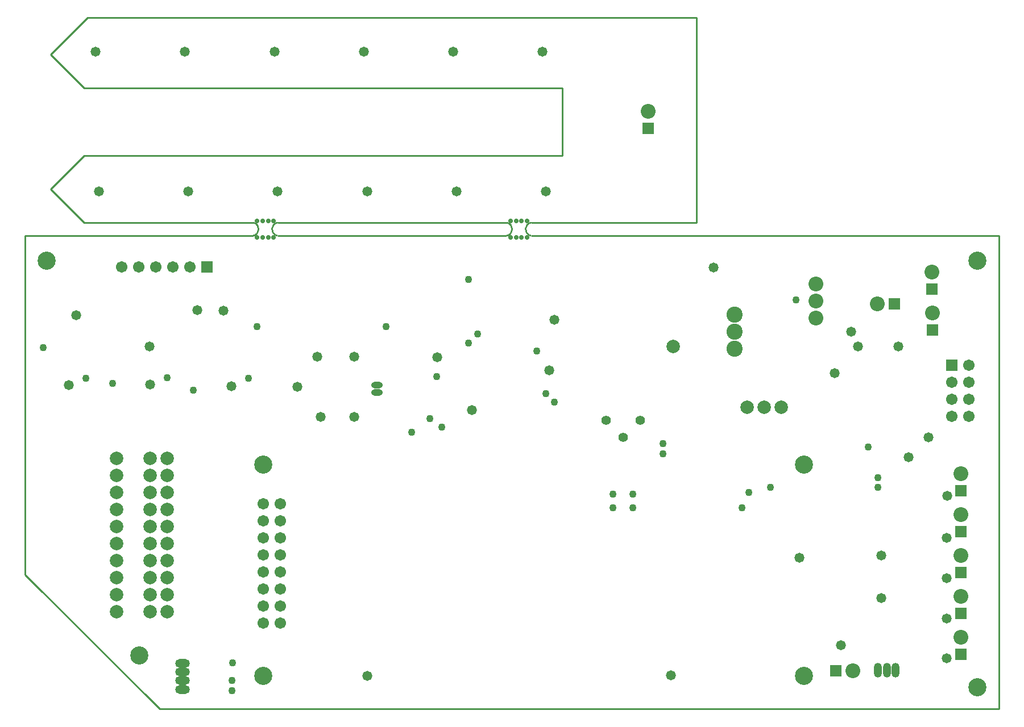
<source format=gbs>
%FSLAX44Y44*%
%MOMM*%
G71*
G01*
G75*
G04 Layer_Color=16711935*
%ADD10R,1.4000X1.3000*%
%ADD11R,1.0000X1.1000*%
%ADD12R,0.6000X1.5500*%
%ADD13R,1.1000X1.0000*%
%ADD14R,2.0000X0.6000*%
%ADD15R,6.1000X10.1600*%
%ADD16R,3.0000X2.3000*%
%ADD17R,2.0000X0.7000*%
%ADD18R,1.3000X1.4000*%
%ADD19C,0.2540*%
%ADD20C,0.5000*%
%ADD21C,1.5000*%
%ADD22C,1.0000*%
%ADD23C,0.7000*%
%ADD24C,7.0000*%
%ADD25C,0.4000*%
%ADD26C,2.0000*%
%ADD27C,2.0000*%
%ADD28R,1.6000X1.6000*%
%ADD29R,1.6000X1.6000*%
%ADD30C,1.8000*%
%ADD31C,1.5000*%
%ADD32R,1.5000X1.5000*%
%ADD33O,2.0000X1.1000*%
%ADD34O,1.0000X2.0000*%
%ADD35C,0.5000*%
%ADD36C,1.2000*%
%ADD37C,2.5000*%
%ADD38R,1.5000X1.5000*%
%ADD39C,2.2000*%
%ADD40O,1.5000X0.7500*%
%ADD41C,0.9000*%
%ADD42C,1.2700*%
%ADD43C,0.2000*%
%ADD44C,0.1000*%
%ADD45C,0.2032*%
%ADD46R,1.6032X1.5032*%
%ADD47R,1.2032X1.3032*%
%ADD48R,0.8032X1.7532*%
%ADD49R,1.3032X1.2032*%
%ADD50R,2.2032X0.8032*%
%ADD51R,6.3032X10.3632*%
%ADD52R,3.2032X2.5032*%
%ADD53R,2.2032X0.9032*%
%ADD54R,1.5032X1.6032*%
%ADD55C,2.2032*%
%ADD56R,1.8032X1.8032*%
%ADD57R,1.8032X1.8032*%
%ADD58C,2.0032*%
%ADD59C,1.7032*%
%ADD60R,1.7032X1.7032*%
%ADD61O,2.2032X1.3032*%
%ADD62O,1.2032X2.2032*%
%ADD63C,0.7032*%
%ADD64C,1.4032*%
%ADD65C,2.7032*%
%ADD66R,1.7032X1.7032*%
%ADD67C,2.4032*%
%ADD68O,1.7032X0.9532*%
%ADD69C,1.1032*%
%ADD70C,1.4732*%
D19*
X338805Y705086D02*
G03*
X340088Y724659I-1305J9914D01*
G01*
X376195Y724914D02*
G03*
X374912Y705341I1305J-9914D01*
G01*
X753781Y724914D02*
G03*
X752498Y705341I1305J-9914D01*
G01*
X716392Y705086D02*
G03*
X717674Y724659I-1305J9914D01*
G01*
X-0Y200000D02*
Y705000D01*
Y200000D02*
X200000Y0D01*
X1450000D01*
Y705000D01*
X1450000Y705000D02*
X1450000Y705000D01*
X1000000Y705000D02*
X1450000D01*
X999915Y705086D02*
X1000000Y705000D01*
X753695Y705086D02*
X999915D01*
X753695Y724914D02*
X999914D01*
X1000000Y725000D01*
Y1030000D01*
X92500D02*
X1000000D01*
X37500Y975000D02*
X92500Y1030000D01*
X37500Y975000D02*
X87500Y925000D01*
X800000D01*
Y825000D02*
Y925000D01*
X87500Y825000D02*
X800000D01*
X37500Y775000D02*
X87500Y825000D01*
X37500Y775000D02*
X87500Y725000D01*
X339853D01*
X86Y705086D02*
X338805D01*
X-0Y705000D02*
X86Y705086D01*
X376195Y724914D02*
X717439D01*
X376195Y705086D02*
X716305D01*
D55*
X1350000Y651400D02*
D03*
X1393000Y106400D02*
D03*
Y167400D02*
D03*
X1393000Y228400D02*
D03*
Y289400D02*
D03*
Y350400D02*
D03*
X1268600Y604000D02*
D03*
X1351000Y590400D02*
D03*
X927500Y890400D02*
D03*
X1232400Y57000D02*
D03*
X1177500Y632900D02*
D03*
Y582100D02*
D03*
Y607500D02*
D03*
D56*
X1350000Y626000D02*
D03*
X1393000Y81000D02*
D03*
Y142000D02*
D03*
X1393000Y203000D02*
D03*
Y264000D02*
D03*
Y325000D02*
D03*
X1351000Y565000D02*
D03*
X927500Y865000D02*
D03*
D57*
X1294000Y604000D02*
D03*
X1207000Y57000D02*
D03*
D58*
X1125400Y450000D02*
D03*
X1074600D02*
D03*
X1100000D02*
D03*
X186000Y145000D02*
D03*
Y170400D02*
D03*
Y196000D02*
D03*
Y221400D02*
D03*
Y297600D02*
D03*
Y323000D02*
D03*
Y246800D02*
D03*
Y272200D02*
D03*
Y348400D02*
D03*
Y373800D02*
D03*
X211000D02*
D03*
Y348400D02*
D03*
Y272200D02*
D03*
Y246800D02*
D03*
Y323000D02*
D03*
Y297600D02*
D03*
Y221400D02*
D03*
Y196000D02*
D03*
Y170400D02*
D03*
Y145000D02*
D03*
X136000Y373800D02*
D03*
Y348400D02*
D03*
Y272200D02*
D03*
Y246800D02*
D03*
Y323000D02*
D03*
Y297600D02*
D03*
Y221400D02*
D03*
Y196000D02*
D03*
Y170400D02*
D03*
Y145000D02*
D03*
X965000Y540000D02*
D03*
D59*
X1405400Y436300D02*
D03*
X1380000D02*
D03*
X1405400Y461700D02*
D03*
X1380000D02*
D03*
X1405400Y487100D02*
D03*
X1380000D02*
D03*
X1405400Y512500D02*
D03*
X245600Y659000D02*
D03*
X220200D02*
D03*
X194800D02*
D03*
X169400D02*
D03*
X144000D02*
D03*
X380000Y127800D02*
D03*
Y153200D02*
D03*
Y178600D02*
D03*
Y204000D02*
D03*
Y229400D02*
D03*
Y254800D02*
D03*
X354600D02*
D03*
Y305600D02*
D03*
Y280200D02*
D03*
Y127800D02*
D03*
Y229400D02*
D03*
Y204000D02*
D03*
Y178600D02*
D03*
Y153200D02*
D03*
X380000Y280200D02*
D03*
Y305600D02*
D03*
D60*
X1380000Y512500D02*
D03*
D61*
X234000Y29000D02*
D03*
Y42000D02*
D03*
Y55000D02*
D03*
Y68000D02*
D03*
D62*
X1269700Y58000D02*
D03*
X1283000D02*
D03*
X1296300D02*
D03*
D63*
X747500Y727500D02*
D03*
X739167D02*
D03*
X730833D02*
D03*
X722500D02*
D03*
Y702500D02*
D03*
X730833D02*
D03*
X739167D02*
D03*
X747500D02*
D03*
X370000D02*
D03*
X361667D02*
D03*
X353333D02*
D03*
X345000D02*
D03*
Y727500D02*
D03*
X353333D02*
D03*
X361667D02*
D03*
X370000D02*
D03*
D64*
X915400Y429950D02*
D03*
X890000Y404550D02*
D03*
X864600Y429950D02*
D03*
D65*
X170000Y80000D02*
D03*
X32000Y668000D02*
D03*
X1418000D02*
D03*
Y32000D02*
D03*
X354600Y364000D02*
D03*
X1159600D02*
D03*
Y49000D02*
D03*
X354600D02*
D03*
D66*
X271000Y659000D02*
D03*
D67*
X1056000Y536600D02*
D03*
Y587400D02*
D03*
Y562000D02*
D03*
D68*
X524000Y482600D02*
D03*
Y471900D02*
D03*
D69*
X1077500Y322500D02*
D03*
X575000Y412500D02*
D03*
X345000Y570000D02*
D03*
X537500D02*
D03*
X1067500Y300000D02*
D03*
X905000D02*
D03*
Y320000D02*
D03*
X250000Y475000D02*
D03*
X673600Y558600D02*
D03*
X660000Y640000D02*
D03*
Y545000D02*
D03*
X130000Y485000D02*
D03*
X26550Y538450D02*
D03*
X787500Y457500D02*
D03*
X602500Y432500D02*
D03*
X620000Y420000D02*
D03*
X761800Y533200D02*
D03*
X612600Y495100D02*
D03*
X332050Y492950D02*
D03*
X90050Y492550D02*
D03*
X211050Y493550D02*
D03*
X775000Y470000D02*
D03*
X1270000Y345000D02*
D03*
Y330000D02*
D03*
X875000Y320000D02*
D03*
Y300000D02*
D03*
X1110000Y330000D02*
D03*
X308000Y27000D02*
D03*
Y42000D02*
D03*
X309000Y69000D02*
D03*
X1255000Y390000D02*
D03*
X950000Y380000D02*
D03*
Y395000D02*
D03*
X1147500Y610000D02*
D03*
D70*
X1373250Y317500D02*
D03*
X1372500Y255000D02*
D03*
Y195000D02*
D03*
Y135000D02*
D03*
Y75000D02*
D03*
X1300000Y540000D02*
D03*
X1315000Y375000D02*
D03*
X105000Y980000D02*
D03*
X238000D02*
D03*
X371000D02*
D03*
X504000D02*
D03*
X770000D02*
D03*
X637000D02*
D03*
X642000Y771000D02*
D03*
X775000D02*
D03*
X509000D02*
D03*
X376000D02*
D03*
X243000D02*
D03*
X110000D02*
D03*
X1345000Y405000D02*
D03*
X961300Y50000D02*
D03*
X509300Y49300D02*
D03*
X1275000Y228700D02*
D03*
Y165000D02*
D03*
X1205000Y500000D02*
D03*
X405000Y480000D02*
D03*
X490000Y525000D02*
D03*
X435000D02*
D03*
X440000Y435000D02*
D03*
X490000D02*
D03*
X780000Y505000D02*
D03*
X665000Y445000D02*
D03*
X1215000Y95000D02*
D03*
X295000Y593500D02*
D03*
X185000Y540000D02*
D03*
X75500Y587000D02*
D03*
X1025000Y657500D02*
D03*
X1152500Y225000D02*
D03*
X64650Y482500D02*
D03*
X306650Y480850D02*
D03*
X185650Y483150D02*
D03*
X787500Y580000D02*
D03*
X613500Y524000D02*
D03*
X256000Y594000D02*
D03*
X1240000Y540000D02*
D03*
X1230000Y562500D02*
D03*
M02*

</source>
